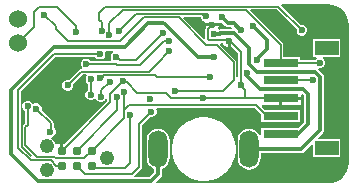
<source format=gbl>
G04*
G04 #@! TF.GenerationSoftware,Altium Limited,Altium Designer,21.6.4 (81)*
G04*
G04 Layer_Physical_Order=2*
G04 Layer_Color=16711680*
%FSLAX44Y44*%
%MOMM*%
G71*
G04*
G04 #@! TF.SameCoordinates,886655C1-92EC-40BA-A99E-831138A1A13E*
G04*
G04*
G04 #@! TF.FilePolarity,Positive*
G04*
G01*
G75*
%ADD14C,0.1524*%
%ADD18R,2.9972X0.7112*%
%ADD37R,2.0066X1.1938*%
%ADD42C,0.3556*%
%ADD43C,1.5240*%
G04:AMPARAMS|DCode=44|XSize=1.62mm|YSize=3.14mm|CornerRadius=0.81mm|HoleSize=0mm|Usage=FLASHONLY|Rotation=180.000|XOffset=0mm|YOffset=0mm|HoleType=Round|Shape=RoundedRectangle|*
%AMROUNDEDRECTD44*
21,1,1.6200,1.5200,0,0,180.0*
21,1,0.0000,3.1400,0,0,180.0*
1,1,1.6200,0.0000,0.7600*
1,1,1.6200,0.0000,0.7600*
1,1,1.6200,0.0000,-0.7600*
1,1,1.6200,0.0000,-0.7600*
%
%ADD44ROUNDEDRECTD44*%
%ADD45C,1.2192*%
%ADD46C,0.6000*%
%ADD47C,0.7870*%
G36*
X165798Y142102D02*
X166487Y140439D01*
X167759Y139167D01*
X169422Y138478D01*
X170078Y137497D01*
X170044Y137414D01*
X181553D01*
X181777Y137629D01*
X182181Y137843D01*
X182488Y137716D01*
X183812D01*
X186702Y134826D01*
X187794Y134096D01*
X189083Y133840D01*
X191648D01*
X191905Y133459D01*
X191230Y132189D01*
X182306D01*
X181018Y131932D01*
X180242Y132941D01*
X180211Y133006D01*
X180984Y134874D01*
X170044D01*
X170312Y134225D01*
X169836Y133511D01*
X169658Y132619D01*
Y124740D01*
X168388Y124214D01*
X150818Y141784D01*
X151304Y142957D01*
X165798D01*
Y142102D01*
D02*
G37*
G36*
X273680Y153309D02*
X277078Y152975D01*
X280346Y151983D01*
X283358Y150374D01*
X285997Y148207D01*
X288164Y145568D01*
X289773Y142556D01*
X290765Y139288D01*
X291099Y135890D01*
X291111D01*
Y19057D01*
X291110Y19050D01*
X291098D01*
X290763Y15652D01*
X289772Y12385D01*
X288162Y9373D01*
X285996Y6734D01*
X283357Y4568D01*
X280345Y2958D01*
X277078Y1967D01*
X273680Y1632D01*
Y1620D01*
X273672Y1619D01*
X128416D01*
X127930Y2792D01*
X132283Y7144D01*
X133013Y8237D01*
X133269Y9525D01*
Y14112D01*
X134756Y14727D01*
X136766Y16270D01*
X138309Y18281D01*
X139278Y20622D01*
X139609Y23134D01*
Y38334D01*
X139278Y40846D01*
X138309Y43187D01*
X136766Y45198D01*
X134756Y46740D01*
X132415Y47710D01*
X129902Y48041D01*
X127390Y47710D01*
X125049Y46740D01*
X123038Y45198D01*
X121496Y43187D01*
X120526Y40846D01*
X120195Y38334D01*
Y23134D01*
X120526Y20622D01*
X121496Y18281D01*
X123038Y16270D01*
X125049Y14727D01*
X126536Y14112D01*
Y10920D01*
X122348Y6732D01*
X109601D01*
X109215Y8002D01*
X109598Y8258D01*
X115440Y14100D01*
X115945Y14856D01*
X116123Y15748D01*
Y51105D01*
X122820Y57802D01*
X123052Y57706D01*
X124852D01*
X126515Y58395D01*
X127787Y59667D01*
X128476Y61330D01*
Y63130D01*
X127947Y64408D01*
X128561Y65678D01*
X211922D01*
X216916Y60684D01*
Y53820D01*
X249936D01*
Y63980D01*
X220212D01*
X217562Y66630D01*
X218048Y67804D01*
X232156D01*
Y73900D01*
X233426D01*
Y75170D01*
X250952D01*
Y76637D01*
X252125Y77123D01*
X253173Y76076D01*
Y53337D01*
X248816Y48980D01*
X216916D01*
Y42625D01*
X215646Y42372D01*
X215308Y43187D01*
X213766Y45198D01*
X211755Y46740D01*
X209414Y47710D01*
X206902Y48041D01*
X204389Y47710D01*
X202048Y46740D01*
X200038Y45198D01*
X198495Y43187D01*
X197526Y40846D01*
X197195Y38334D01*
Y23134D01*
X197526Y20622D01*
X198495Y18281D01*
X200038Y16270D01*
X202048Y14727D01*
X204389Y13758D01*
X206902Y13427D01*
X209414Y13758D01*
X211755Y14727D01*
X213766Y16270D01*
X215308Y18281D01*
X216278Y20622D01*
X216609Y23134D01*
Y27367D01*
X250952D01*
X252240Y27624D01*
X253333Y28353D01*
X259716Y34736D01*
X260889Y34250D01*
Y23907D01*
X284003D01*
Y38893D01*
X265532D01*
X265046Y40066D01*
X269541Y44561D01*
X270270Y45654D01*
X270527Y46942D01*
Y91510D01*
X270270Y92799D01*
X269541Y93891D01*
X265039Y98393D01*
X265782Y99339D01*
X265802Y99362D01*
X267600D01*
X269263Y100051D01*
X270535Y101323D01*
X271224Y102986D01*
Y104786D01*
X270535Y106449D01*
X269347Y107637D01*
X269384Y108038D01*
X269718Y108907D01*
X284003D01*
Y123893D01*
X260889D01*
Y108907D01*
X263682D01*
X264016Y108038D01*
X264053Y107637D01*
X262865Y106449D01*
X262774Y106230D01*
X249936D01*
Y108980D01*
X235757D01*
Y119006D01*
X235579Y119898D01*
X235074Y120654D01*
X207849Y147880D01*
X208335Y149053D01*
X230429D01*
X247032Y132450D01*
X246936Y132218D01*
Y130418D01*
X247625Y128755D01*
X248897Y127483D01*
X250560Y126794D01*
X252360D01*
X254023Y127483D01*
X255295Y128755D01*
X255984Y130418D01*
Y132218D01*
X255295Y133881D01*
X254023Y135153D01*
X252360Y135842D01*
X250560D01*
X250328Y135746D01*
X234023Y152051D01*
X234549Y153321D01*
X273680D01*
X273680Y153309D01*
D02*
G37*
G36*
X191008Y116958D02*
X191647Y117222D01*
X197183Y111687D01*
Y91382D01*
X197149Y91361D01*
X195879Y92074D01*
Y104775D01*
X195701Y105667D01*
X195196Y106423D01*
X182444Y119176D01*
X182930Y120349D01*
X184603D01*
X185041Y119290D01*
X186600Y117731D01*
X188468Y116958D01*
Y122428D01*
X191008D01*
Y116958D01*
D02*
G37*
G36*
X91622Y112886D02*
X91417Y112801D01*
X90145Y111529D01*
X89456Y109866D01*
Y108066D01*
X90145Y106403D01*
X90174Y106374D01*
X89688Y105201D01*
X72765D01*
X72669Y105433D01*
X71397Y106705D01*
X69734Y107394D01*
X67934D01*
X66271Y106705D01*
X64999Y105433D01*
X64310Y103770D01*
Y101970D01*
X64999Y100307D01*
X65391Y99915D01*
X64865Y98645D01*
X64818D01*
X63926Y98467D01*
X63170Y97962D01*
X54218Y89010D01*
X53986Y89106D01*
X52186D01*
X50523Y88417D01*
X49251Y87145D01*
X48562Y85482D01*
Y83682D01*
X49251Y82019D01*
X50523Y80747D01*
X52186Y80058D01*
X53986D01*
X55649Y80747D01*
X56921Y82019D01*
X57610Y83682D01*
Y85482D01*
X57514Y85714D01*
X65783Y93983D01*
X69025D01*
X69551Y92713D01*
X69063Y92225D01*
X68374Y90562D01*
Y88762D01*
X69063Y87099D01*
X70335Y85827D01*
X70494Y85761D01*
Y80706D01*
X70190Y80579D01*
X68917Y79307D01*
X68228Y77644D01*
Y75844D01*
X68917Y74181D01*
X70190Y72909D01*
X71852Y72220D01*
X73652D01*
X75315Y72909D01*
X75749Y73343D01*
X76995Y73095D01*
X77191Y72621D01*
X78463Y71349D01*
X80126Y70660D01*
X81926D01*
X83589Y71349D01*
X84861Y72621D01*
X85299Y73679D01*
X86569Y73426D01*
Y71323D01*
X50631Y35385D01*
X49294Y35939D01*
X49276D01*
Y29464D01*
X46736D01*
Y35939D01*
X46718D01*
X44338Y34953D01*
X44118Y34734D01*
X42702Y35113D01*
X42407Y36215D01*
X41403Y37953D01*
X39985Y39372D01*
X39376Y39723D01*
X39348Y40008D01*
X39575Y41075D01*
X40917Y41631D01*
X42189Y42903D01*
X42878Y44566D01*
Y46366D01*
X42189Y48029D01*
X41193Y49025D01*
Y52832D01*
X41015Y53724D01*
X40510Y54480D01*
X31098Y63892D01*
X31194Y64124D01*
Y65924D01*
X30505Y67587D01*
X29233Y68859D01*
X27570Y69548D01*
X25770D01*
X24107Y68859D01*
X23500Y68980D01*
X23235Y69619D01*
X21963Y70891D01*
X20300Y71580D01*
X18500D01*
X16837Y70891D01*
X15565Y69619D01*
X14876Y67956D01*
Y66156D01*
X15565Y64493D01*
X16837Y63221D01*
X17069Y63125D01*
Y52064D01*
X15720Y50715D01*
X15215Y49959D01*
X15038Y49067D01*
Y34320D01*
X15215Y33428D01*
X15720Y32672D01*
X22538Y25855D01*
X22120Y24477D01*
X22019Y24457D01*
X13634Y32842D01*
Y45466D01*
X13555Y45865D01*
Y79854D01*
X42590Y108890D01*
X76587D01*
X76683Y108658D01*
X77955Y107386D01*
X79618Y106697D01*
X81418D01*
X83081Y107386D01*
X84353Y108658D01*
X85042Y110321D01*
Y112121D01*
X84725Y112886D01*
X85574Y114156D01*
X91369D01*
X91622Y112886D01*
D02*
G37*
%LPC*%
G36*
X250952Y72630D02*
X234696D01*
Y67804D01*
X250952D01*
Y72630D01*
D02*
G37*
G36*
X170529Y57758D02*
X166275D01*
X162074Y57093D01*
X158028Y55778D01*
X154238Y53847D01*
X150797Y51347D01*
X147789Y48339D01*
X145289Y44898D01*
X143358Y41108D01*
X142043Y37062D01*
X141378Y32861D01*
Y28607D01*
X142043Y24406D01*
X143358Y20360D01*
X145289Y16570D01*
X147789Y13129D01*
X150797Y10121D01*
X154238Y7621D01*
X158028Y5690D01*
X162074Y4375D01*
X166275Y3710D01*
X170529D01*
X174730Y4375D01*
X178776Y5690D01*
X182566Y7621D01*
X186007Y10121D01*
X189015Y13129D01*
X191515Y16570D01*
X193446Y20360D01*
X194761Y24406D01*
X195426Y28607D01*
Y32861D01*
X194761Y37062D01*
X193446Y41108D01*
X191515Y44898D01*
X189015Y48339D01*
X186007Y51347D01*
X182566Y53847D01*
X178776Y55778D01*
X174730Y57093D01*
X170529Y57758D01*
D02*
G37*
%LPD*%
D14*
X173105Y122680D02*
X189486D01*
X199514Y85416D02*
Y112652D01*
X189486Y122680D02*
X199514Y112652D01*
X171989Y123795D02*
X173105Y122680D01*
X147066Y142240D02*
X170434Y118872D01*
X179451D02*
X193548Y104775D01*
X170434Y118872D02*
X179451D01*
X67564Y9906D02*
X107950D01*
X113792Y15748D01*
X60706Y16764D02*
X67564Y9906D01*
X81740Y80470D02*
X88646Y87376D01*
X81740Y75898D02*
Y80470D01*
X81026Y75184D02*
X81740Y75898D01*
X38862Y45974D02*
Y52832D01*
X38354Y45466D02*
X38862Y45974D01*
X26670Y65024D02*
X38862Y52832D01*
X231394Y151384D02*
X251460Y131318D01*
X85090Y151384D02*
X231394D01*
X233426Y88900D02*
X260858D01*
X167191Y145288D02*
X169477Y143002D01*
X111252Y145288D02*
X167191D01*
X169477Y143002D02*
X170322D01*
X17369Y49067D02*
X19400Y51098D01*
X17369Y34320D02*
Y49067D01*
X19400Y51098D02*
Y67056D01*
X11303Y31877D02*
Y45466D01*
Y31877D02*
X21844Y21336D01*
X11224Y45545D02*
X11303Y45466D01*
X11224Y45545D02*
Y80820D01*
X48006Y29464D02*
X88900Y70358D01*
Y77038D02*
X99842Y87980D01*
X88900Y70358D02*
Y77038D01*
X99842Y88249D02*
X100967Y87124D01*
X60706Y29464D02*
X95250Y64008D01*
Y74930D01*
X100584Y78839D02*
X101235Y79490D01*
X100584Y63818D02*
Y78839D01*
X100967Y87124D02*
X103027D01*
X111570Y78580D01*
X84221Y93266D02*
X127460D01*
X129032Y91694D01*
X173482D01*
X81983Y91028D02*
X84221Y93266D01*
X121968Y96314D02*
X128703Y103049D01*
X64818Y96314D02*
X121968D01*
X80772Y91028D02*
X81983D01*
X93824Y102870D02*
X95094Y101600D01*
X114046D02*
X134366Y121920D01*
X95094Y101600D02*
X114046D01*
X68834Y102870D02*
X93824D01*
X93980Y108966D02*
X94571D01*
X97111Y106426D02*
X111025D01*
X94571Y108966D02*
X97111Y106426D01*
X134366Y121920D02*
X139192D01*
X111025Y106426D02*
X133797Y129198D01*
X72752Y76744D02*
X72825Y76817D01*
Y89589D01*
X72898Y89662D01*
X28575Y150876D02*
X43942D01*
X59992Y130000D02*
Y134826D01*
X53086Y84582D02*
X64818Y96314D01*
X11224Y80820D02*
X41625Y111221D01*
X128703Y103049D02*
X138989Y113799D01*
X59992Y130000D02*
X60452Y129540D01*
X43942Y150876D02*
X59992Y134826D01*
X41625Y111221D02*
X80518D01*
X113792Y15748D02*
Y52070D01*
X123952Y62230D01*
X111570Y78580D02*
X136389D01*
X140801Y74168D02*
X167386D01*
X123190Y73295D02*
X123941D01*
X136389Y78580D02*
X140801Y74168D01*
X104775Y68008D02*
X212888D01*
X221996Y58900D01*
X167386Y74168D02*
X167654Y73900D01*
X221996Y58900D02*
X233426D01*
X101600Y14732D02*
X106031Y19163D01*
Y59577D01*
X100584Y56642D02*
Y63818D01*
X73406Y29464D02*
X100584Y56642D01*
Y63818D02*
X104775Y68008D01*
X167654Y73900D02*
X202946D01*
X184404Y79756D02*
X193548Y88900D01*
X144018Y79756D02*
X184404D01*
X199839Y83879D02*
Y85090D01*
X199514Y85416D02*
X199839Y85090D01*
X171989Y132619D02*
X175514Y136144D01*
X171989Y123795D02*
Y132619D01*
X103298Y137334D02*
X111252Y145288D01*
X103298Y137334D02*
Y137334D01*
X96266Y130302D02*
X103298Y137334D01*
X117602Y142240D02*
X147066D01*
X53429Y122212D02*
X97574D01*
X117602Y142240D01*
X88431Y127498D02*
Y137199D01*
X99568Y148336D01*
X42886Y132755D02*
X53429Y122212D01*
X204096Y148336D02*
X233426Y119006D01*
X79756Y146050D02*
X85090Y151384D01*
X99568Y148336D02*
X204096D01*
X134160Y137747D02*
X135176Y136731D01*
X233426Y103900D02*
Y119006D01*
X199839Y83879D02*
X202946Y80772D01*
Y73900D02*
Y80772D01*
X81788Y131064D02*
Y138147D01*
X79756Y140179D02*
Y146050D01*
Y140179D02*
X81788Y138147D01*
X33020Y144526D02*
X42886Y134660D01*
Y132755D02*
Y134660D01*
X24638Y146939D02*
X28575Y150876D01*
X73406Y14732D02*
X101600D01*
X193548Y88900D02*
Y104775D01*
X17369Y34320D02*
X27305Y24384D01*
X41872D01*
X43142Y23114D01*
X67056D01*
X73406Y29464D01*
X43350Y16764D02*
X48006D01*
X38778Y21336D02*
X43350Y16764D01*
X21844Y21336D02*
X38778D01*
X233426Y43900D02*
X248497D01*
X24638Y133924D02*
Y146939D01*
X11430Y120716D02*
X24638Y133924D01*
X73406Y14732D02*
Y16764D01*
X202946Y73900D02*
X233426D01*
Y103900D02*
X266686D01*
X266700Y103886D01*
D18*
X233426Y43900D02*
D03*
Y58900D02*
D03*
Y73900D02*
D03*
Y88900D02*
D03*
Y103900D02*
D03*
D37*
X272446Y31400D02*
D03*
Y116400D02*
D03*
D42*
X182306Y128822D02*
X194012D01*
X181918Y128433D02*
X182306Y128822D01*
X177743Y128433D02*
X181918D01*
X194012Y128822D02*
X206248Y116586D01*
X189083Y137207D02*
X193878D01*
X199375Y131710D02*
X200036D01*
X193878Y137207D02*
X199375Y131710D01*
X123743Y3365D02*
X129902Y9525D01*
X4826Y26670D02*
X28131Y3365D01*
X123743D01*
X209829Y135128D02*
X221488Y123469D01*
X267160Y46942D02*
Y91510D01*
X250952Y30734D02*
X267160Y46942D01*
X262658Y96012D02*
X267160Y91510D01*
X213360Y96012D02*
X262658D01*
X184049Y142240D02*
X189083Y137207D01*
X183388Y142240D02*
X184049D01*
X204938Y92496D02*
Y95112D01*
X204800Y95250D02*
X204938Y95112D01*
X177275Y127966D02*
X177743Y128433D01*
X121491Y137747D02*
X127382D01*
X101267Y117523D02*
X121491Y137747D01*
X41577Y117523D02*
X101267D01*
X132729Y137873D02*
X132855Y137747D01*
X127508Y137873D02*
X132729D01*
X132855Y137747D02*
X134160D01*
X127382D02*
X127508Y137873D01*
X4826Y80772D02*
X41577Y117523D01*
X4826Y26670D02*
Y80772D01*
X163382Y108525D02*
X176685D01*
X135176Y136731D02*
X163382Y108525D01*
X206248Y103124D02*
Y116586D01*
Y103124D02*
X213360Y96012D01*
X252222Y81788D02*
X256540Y77470D01*
X215646Y81788D02*
X252222D01*
X256540Y51943D02*
Y77470D01*
X204938Y92496D02*
X215646Y81788D01*
X248497Y43900D02*
X256540Y51943D01*
X215138Y108823D02*
X221488Y115173D01*
X215138Y108357D02*
Y108823D01*
X213614Y106833D02*
X215138Y108357D01*
X221488Y115173D02*
Y123469D01*
X213614Y106172D02*
Y106833D01*
X129902Y9525D02*
Y30734D01*
X206902D02*
X250952D01*
D43*
X11430Y140716D02*
D03*
Y120716D02*
D03*
D44*
X129902Y30734D02*
D03*
X206902D02*
D03*
D45*
X35306Y33274D02*
D03*
Y12954D02*
D03*
X86106Y23114D02*
D03*
D46*
X189738Y122428D02*
D03*
X200036Y131710D02*
D03*
X81026Y75184D02*
D03*
X38354Y45466D02*
D03*
X88646Y87376D02*
D03*
X251460Y131318D02*
D03*
X209829Y135128D02*
D03*
X260858Y88900D02*
D03*
X26670Y65024D02*
D03*
X19400Y67056D02*
D03*
X95250Y74930D02*
D03*
X101235Y79490D02*
D03*
X80772Y91028D02*
D03*
X99842Y87980D02*
D03*
X93980Y108966D02*
D03*
X68834Y102870D02*
D03*
X72752Y76744D02*
D03*
X72898Y89662D02*
D03*
X80518Y111221D02*
D03*
X60452Y129540D02*
D03*
X133797Y129198D02*
D03*
X53086Y84582D02*
D03*
X123952Y62230D02*
D03*
X123190Y73295D02*
D03*
X183388Y142240D02*
D03*
X106031Y59577D02*
D03*
X167386Y74168D02*
D03*
X144018Y79756D02*
D03*
X204800Y95250D02*
D03*
X177275Y127966D02*
D03*
X138989Y113799D02*
D03*
X96266Y130302D02*
D03*
X88431Y127498D02*
D03*
X175514Y136144D02*
D03*
X170322Y143002D02*
D03*
X176685Y108525D02*
D03*
X173482Y91694D02*
D03*
X199839Y85090D02*
D03*
X213614Y106172D02*
D03*
X81788Y131064D02*
D03*
X33020Y144526D02*
D03*
X139192Y121920D02*
D03*
X266700Y103886D02*
D03*
D47*
X48006Y16764D02*
D03*
Y29464D02*
D03*
X60706D02*
D03*
Y16764D02*
D03*
X73406Y29464D02*
D03*
Y16764D02*
D03*
M02*

</source>
